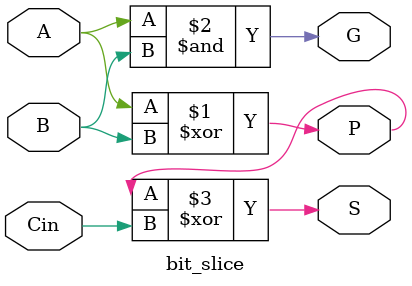
<source format=v>
`timescale 1ns / 1ps

module bit_slice(

    input A, B, Cin,
    output P, G, S

    );
    
    assign P = A ^ B;
    assign G = A & B;
    assign S = P ^ Cin;
    
endmodule

</source>
